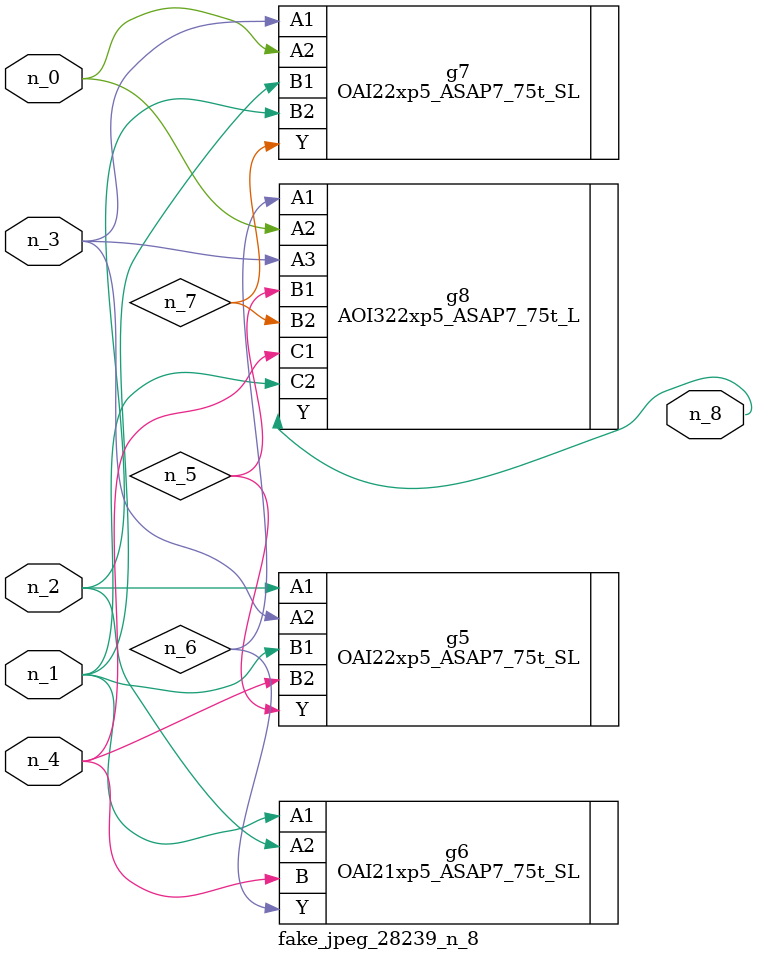
<source format=v>
module fake_jpeg_28239_n_8 (n_3, n_2, n_1, n_0, n_4, n_8);

input n_3;
input n_2;
input n_1;
input n_0;
input n_4;

output n_8;

wire n_6;
wire n_5;
wire n_7;

OAI22xp5_ASAP7_75t_SL g5 ( 
.A1(n_2),
.A2(n_3),
.B1(n_1),
.B2(n_4),
.Y(n_5)
);

OAI21xp5_ASAP7_75t_SL g6 ( 
.A1(n_1),
.A2(n_2),
.B(n_4),
.Y(n_6)
);

OAI22xp5_ASAP7_75t_SL g7 ( 
.A1(n_3),
.A2(n_0),
.B1(n_1),
.B2(n_2),
.Y(n_7)
);

AOI322xp5_ASAP7_75t_L g8 ( 
.A1(n_6),
.A2(n_0),
.A3(n_3),
.B1(n_5),
.B2(n_7),
.C1(n_4),
.C2(n_1),
.Y(n_8)
);


endmodule
</source>
